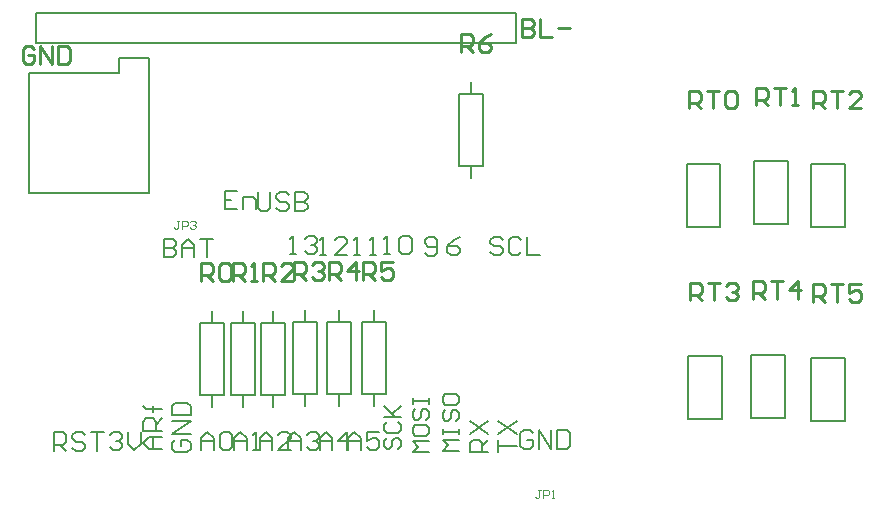
<source format=gto>
%FSTAX23Y23*%
%MOIN*%
%SFA1B1*%

%IPPOS*%
%ADD10C,0.007870*%
%ADD11C,0.010000*%
%ADD12C,0.007440*%
%ADD13C,0.006510*%
%ADD14C,0.004900*%
%LNadafruit_feather_m0_adalogger-1*%
%LPD*%
G54D10*
X0004Y0096D02*
Y0136D01*
X0034*
Y0141*
X0044*
Y0096D02*
Y0141D01*
X0004Y0096D02*
X0044D01*
X00065Y0146D02*
X01665D01*
X00065D02*
Y0156D01*
X0014*
X01665*
Y0146D02*
Y0156D01*
X01475Y0105D02*
X01555D01*
X01475D02*
Y0129D01*
X01555*
Y0105D02*
Y0129D01*
X01515Y0101D02*
Y0105D01*
Y0129D02*
Y0133D01*
X0235Y00205D02*
Y00414D01*
X02239Y00205D02*
Y00414D01*
Y00205D02*
X0235D01*
X02239Y00414D02*
X0235D01*
X0256Y0021D02*
Y00419D01*
X02449Y0021D02*
Y00419D01*
Y0021D02*
X0256D01*
X02449Y00419D02*
X0256D01*
X0276Y002D02*
Y00409D01*
X02649Y002D02*
Y00409D01*
Y002D02*
X0276D01*
X02649Y00409D02*
X0276D01*
Y00845D02*
Y01054D01*
X02649Y00845D02*
Y01054D01*
Y00845D02*
X0276D01*
X02649Y01054D02*
X0276D01*
X0257Y00855D02*
Y01064D01*
X02459Y00855D02*
Y01064D01*
Y00855D02*
X0257D01*
X02459Y01064D02*
X0257D01*
X02345Y00845D02*
Y01054D01*
X02234Y00845D02*
Y01054D01*
Y00845D02*
X02345D01*
X02234Y01054D02*
X02345D01*
X0115Y0053D02*
X0123D01*
Y0029D02*
Y0053D01*
X0115Y0029D02*
X0123D01*
X0115D02*
Y0053D01*
X0119D02*
Y0057D01*
Y0025D02*
Y0029D01*
X01035Y0053D02*
X01115D01*
Y0029D02*
Y0053D01*
X01035Y0029D02*
X01115D01*
X01035D02*
Y0053D01*
X01075D02*
Y0057D01*
Y0025D02*
Y0029D01*
X0092Y0053D02*
X01D01*
Y0029D02*
Y0053D01*
X0092Y0029D02*
X01D01*
X0092D02*
Y0053D01*
X0096D02*
Y0057D01*
Y0025D02*
Y0029D01*
X00815Y00525D02*
X00895D01*
Y00285D02*
Y00525D01*
X00815Y00285D02*
X00895D01*
X00815D02*
Y00525D01*
X00855D02*
Y00565D01*
Y00245D02*
Y00285D01*
X00715Y00525D02*
X00795D01*
Y00285D02*
Y00525D01*
X00715Y00285D02*
X00795D01*
X00715D02*
Y00525D01*
X00755D02*
Y00565D01*
Y00245D02*
Y00285D01*
X0061Y00525D02*
X0069D01*
Y00285D02*
Y00525D01*
X0061Y00285D02*
X0069D01*
X0061D02*
Y00525D01*
X0065D02*
Y00565D01*
Y00245D02*
Y00285D01*
G54D11*
X00059Y01439D02*
X00049Y01449D01*
X0003*
X0002Y01439*
Y014*
X0003Y0139*
X00049*
X00059Y014*
Y01419*
X00039*
X00079Y0139D02*
Y01449D01*
X00119Y0139*
Y01449*
X00139D02*
Y0139D01*
X00169*
X00179Y014*
Y01439*
X00169Y01449*
X00139*
X01685Y01539D02*
Y0148D01*
X01714*
X01724Y0149*
Y01499*
X01714Y01509*
X01685*
X01714*
X01724Y01519*
Y01529*
X01714Y01539*
X01685*
X01744D02*
Y0148D01*
X01784*
X01804Y01509D02*
X01844D01*
X01481Y0143D02*
Y01489D01*
X0151*
X0152Y01479*
Y01459*
X0151Y01449*
X01481*
X015D02*
X0152Y0143D01*
X0158Y01489D02*
X0156Y01479D01*
X0154Y01459*
Y0144*
X0155Y0143*
X0157*
X0158Y0144*
Y01449*
X0157Y01459*
X0154*
X02246Y00601D02*
Y0066D01*
X02275*
X02285Y0065*
Y0063*
X02275Y0062*
X02246*
X02265D02*
X02285Y00601D01*
X02305Y0066D02*
X02345D01*
X02325*
Y00601*
X02365Y0065D02*
X02375Y0066D01*
X02395*
X02405Y0065*
Y0064*
X02395Y0063*
X02385*
X02395*
X02405Y0062*
Y00611*
X02395Y00601*
X02375*
X02365Y00611*
X02456Y00606D02*
Y00665D01*
X02485*
X02495Y00655*
Y00635*
X02485Y00625*
X02456*
X02475D02*
X02495Y00606D01*
X02515Y00665D02*
X02555D01*
X02535*
Y00606*
X02605D02*
Y00665D01*
X02575Y00635*
X02615*
X02656Y00596D02*
Y00655D01*
X02685*
X02695Y00645*
Y00625*
X02685Y00615*
X02656*
X02675D02*
X02695Y00596D01*
X02715Y00655D02*
X02755D01*
X02735*
Y00596*
X02815Y00655D02*
X02775D01*
Y00625*
X02795Y00635*
X02805*
X02815Y00625*
Y00606*
X02805Y00596*
X02785*
X02775Y00606*
X02656Y01241D02*
Y013D01*
X02685*
X02695Y0129*
Y0127*
X02685Y0126*
X02656*
X02675D02*
X02695Y01241D01*
X02715Y013D02*
X02755D01*
X02735*
Y01241*
X02815D02*
X02775D01*
X02815Y0128*
Y0129*
X02805Y013*
X02785*
X02775Y0129*
X02466Y01251D02*
Y0131D01*
X02495*
X02505Y013*
Y0128*
X02495Y0127*
X02466*
X02485D02*
X02505Y01251D01*
X02525Y0131D02*
X02565D01*
X02545*
Y01251*
X02585D02*
X02605D01*
X02595*
Y0131*
X02585Y013*
X02241Y01241D02*
Y013D01*
X0227*
X0228Y0129*
Y0127*
X0227Y0126*
X02241*
X0226D02*
X0228Y01241D01*
X023Y013D02*
X0234D01*
X0232*
Y01241*
X0236Y0129D02*
X0237Y013D01*
X0239*
X024Y0129*
Y01251*
X0239Y01241*
X0237*
X0236Y01251*
Y0129*
X01156Y0067D02*
Y00729D01*
X01185*
X01195Y00719*
Y00699*
X01185Y00689*
X01156*
X01175D02*
X01195Y0067D01*
X01255Y00729D02*
X01215D01*
Y00699*
X01235Y00709*
X01245*
X01255Y00699*
Y0068*
X01245Y0067*
X01225*
X01215Y0068*
X01041Y0067D02*
Y00729D01*
X0107*
X0108Y00719*
Y00699*
X0107Y00689*
X01041*
X0106D02*
X0108Y0067D01*
X0113D02*
Y00729D01*
X011Y00699*
X0114*
X00926Y0067D02*
Y00729D01*
X00955*
X00965Y00719*
Y00699*
X00955Y00689*
X00926*
X00945D02*
X00965Y0067D01*
X00985Y00719D02*
X00995Y00729D01*
X01015*
X01025Y00719*
Y00709*
X01015Y00699*
X01005*
X01015*
X01025Y00689*
Y0068*
X01015Y0067*
X00995*
X00985Y0068*
X00821Y00665D02*
Y00724D01*
X0085*
X0086Y00714*
Y00694*
X0085Y00684*
X00821*
X0084D02*
X0086Y00665D01*
X0092D02*
X0088D01*
X0092Y00704*
Y00714*
X0091Y00724*
X0089*
X0088Y00714*
X00721Y00665D02*
Y00724D01*
X0075*
X0076Y00714*
Y00694*
X0075Y00684*
X00721*
X0074D02*
X0076Y00665D01*
X0078D02*
X008D01*
X0079*
Y00724*
X0078Y00714*
X00616Y00665D02*
Y00724D01*
X00645*
X00655Y00714*
Y00694*
X00645Y00684*
X00616*
X00635D02*
X00655Y00665D01*
X00675Y00714D02*
X00685Y00724D01*
X00705*
X00715Y00714*
Y00675*
X00705Y00665*
X00685*
X00675Y00675*
Y00714*
G54D12*
X00726Y00101D02*
Y00142D01*
X00746Y00163*
X00767Y00142*
Y00101*
Y00132*
X00726*
X00788Y00101D02*
X00808D01*
X00798*
Y00163*
X00788Y00153*
X01721Y00158D02*
X0171Y00168D01*
X0169*
X01679Y00158*
Y00116*
X0169Y00106*
X0171*
X01721Y00116*
Y00137*
X017*
X01741Y00106D02*
Y00168D01*
X01783Y00106*
Y00168*
X01803D02*
Y00106D01*
X01834*
X01845Y00116*
Y00158*
X01834Y00168*
X01803*
X01606Y00095D02*
Y00137D01*
Y00116*
X01668*
X01606Y00157D02*
X01668Y00199D01*
X01606D02*
X01668Y00157D01*
X01573Y00095D02*
X01511D01*
Y00126*
X01521Y00137*
X01542*
X01552Y00126*
Y00095*
Y00116D02*
X01573Y00137D01*
X01511Y00157D02*
X01573Y00199D01*
X01511D02*
X01573Y00157D01*
X01105Y00101D02*
Y00142D01*
X01126Y00163*
X01147Y00142*
Y00101*
Y00132*
X01105*
X01209Y00163D02*
X01167D01*
Y00132*
X01188Y00142*
X01198*
X01209Y00132*
Y00111*
X01198Y00101*
X01178*
X01167Y00111*
X0101Y00101D02*
Y00142D01*
X01031Y00163*
X01052Y00142*
Y00101*
Y00132*
X0101*
X01103Y00101D02*
Y00163D01*
X01072Y00132*
X01114*
X00905Y00101D02*
Y00142D01*
X00926Y00163*
X00947Y00142*
Y00101*
Y00132*
X00905*
X00967Y00153D02*
X00978Y00163D01*
X00998*
X01009Y00153*
Y00142*
X00998Y00132*
X00988*
X00998*
X01009Y00122*
Y00111*
X00998Y00101*
X00978*
X00967Y00111*
X0081Y00101D02*
Y00142D01*
X00831Y00163*
X00852Y00142*
Y00101*
Y00132*
X0081*
X00914Y00101D02*
X00872D01*
X00914Y00142*
Y00153*
X00903Y00163*
X00883*
X00872Y00153*
X00615Y00101D02*
Y00142D01*
X00636Y00163*
X00657Y00142*
Y00101*
Y00132*
X00615*
X00677Y00153D02*
X00688Y00163D01*
X00708*
X00719Y00153*
Y00111*
X00708Y00101*
X00688*
X00677Y00111*
Y00153*
X00528Y00136D02*
X00518Y00125D01*
Y00105*
X00528Y00095*
X00569*
X0058Y00105*
Y00125*
X00569Y00136*
X00549*
Y00115*
X0058Y00156D02*
X00518D01*
X0058Y00198*
X00518*
Y00218D02*
X0058D01*
Y00249*
X00569Y0026*
X00528*
X00518Y00249*
Y00218*
X0031Y00153D02*
X00321Y00163D01*
X00341*
X00352Y00153*
Y00142*
X00341Y00132*
X00331*
X00341*
X00352Y00122*
Y00111*
X00341Y00101*
X00321*
X0031Y00111*
X00372Y00163D02*
Y00122D01*
X00393Y00101*
X00414Y00122*
Y00163*
X00485Y00105D02*
X00443D01*
X00423Y00125*
X00443Y00146*
X00485*
X00454*
Y00105*
X00485Y00166D02*
X00423D01*
Y00197*
X00433Y00208*
X00454*
X00464Y00197*
Y00166*
Y00187D02*
X00485Y00208D01*
Y00239D02*
X00433D01*
X00454*
Y00228*
Y00249*
Y00239*
X00433*
X00423Y00249*
X00125Y001D02*
Y00161D01*
X00155*
X00166Y00151*
Y0013*
X00155Y0012*
X00125*
X00145D02*
X00166Y001D01*
X00228Y00151D02*
X00217Y00161D01*
X00197*
X00186Y00151*
Y00141*
X00197Y0013*
X00217*
X00228Y0012*
Y0011*
X00217Y001*
X00197*
X00186Y0011*
X00248Y00161D02*
X0029D01*
X00269*
Y001*
X0049Y00806D02*
Y00745D01*
X0052*
X00531Y00755*
Y00765*
X0052Y00775*
X0049*
X0052*
X00531Y00786*
Y00796*
X0052Y00806*
X0049*
X00551Y00745D02*
Y00786D01*
X00572Y00806*
X00593Y00786*
Y00745*
Y00775*
X00551*
X00613Y00806D02*
X00655D01*
X00634*
Y00745*
X00736Y00966D02*
X00695D01*
Y00905*
X00736*
X00695Y00935D02*
X00715D01*
X00756Y00905D02*
Y00946D01*
X00787*
X00798Y00935*
Y00905*
X00805Y00961D02*
Y0091D01*
X00815Y009*
X00835*
X00846Y0091*
Y00961*
X00908Y00951D02*
X00897Y00961D01*
X00877*
X00866Y00951*
Y00941*
X00877Y0093*
X00897*
X00908Y0092*
Y0091*
X00897Y009*
X00877*
X00866Y0091*
X00928Y00961D02*
Y009D01*
X00959*
X0097Y0091*
Y0092*
X00959Y0093*
X00928*
X00959*
X0097Y00941*
Y00951*
X00959Y00961*
X00928*
X0091Y00755D02*
X0093D01*
X0092*
Y00816*
X0091Y00806*
X00961D02*
X00971Y00816D01*
X00992*
X01002Y00806*
Y00796*
X00992Y00785*
X00982*
X00992*
X01002Y00775*
Y00765*
X00992Y00755*
X00971*
X00961Y00765*
X0101Y00751D02*
X01031D01*
X01021*
Y00813*
X0101Y00803*
X01103Y00751D02*
X01062D01*
X01103Y00792*
Y00803*
X01093Y00813*
X01072*
X01062Y00803*
X01126Y00751D02*
X01146D01*
X01136*
Y00813*
X01126Y00803*
X01177Y00751D02*
X01198D01*
X01188*
Y00813*
X01177Y00803*
X01225Y00755D02*
X01245D01*
X01235*
Y00816*
X01225Y00806*
X01276D02*
X01286Y00816D01*
X01307*
X01317Y00806*
Y00765*
X01307Y00755*
X01286*
X01276Y00765*
Y00806*
X0136Y0076D02*
X0137Y0075D01*
X0139*
X01401Y0076*
Y00801*
X0139Y00811*
X0137*
X0136Y00801*
Y00791*
X0137Y0078*
X01401*
X01478Y00813D02*
X01457Y00803D01*
X01436Y00782*
Y00761*
X01447Y00751*
X01467*
X01478Y00761*
Y00772*
X01467Y00782*
X01436*
X01621Y00803D02*
X0161Y00813D01*
X0159*
X01579Y00803*
Y00792*
X0159Y00782*
X0161*
X01621Y00772*
Y00761*
X0161Y00751*
X0159*
X01579Y00761*
X01683Y00803D02*
X01672Y00813D01*
X01652*
X01641Y00803*
Y00761*
X01652Y00751*
X01672*
X01683Y00761*
X01703Y00813D02*
Y00751D01*
X01745*
G54D13*
X01475Y001D02*
X0142D01*
X01438Y00118*
X0142Y00136*
X01475*
X0142Y00154D02*
Y00172D01*
Y00163*
X01475*
Y00154*
Y00172*
X01429Y00235D02*
X0142Y00226D01*
Y00208*
X01429Y00199*
X01438*
X01447Y00208*
Y00226*
X01456Y00235*
X01465*
X01475Y00226*
Y00208*
X01465Y00199*
X0142Y0028D02*
Y00262D01*
X01429Y00253*
X01465*
X01475Y00262*
Y0028*
X01465Y00289*
X01429*
X0142Y0028*
X01375Y00095D02*
X0132D01*
X01338Y00113*
X0132Y00131*
X01375*
X0132Y00176D02*
Y00158D01*
X01329Y00149*
X01365*
X01375Y00158*
Y00176*
X01365Y00185*
X01329*
X0132Y00176*
X01329Y00239D02*
X0132Y0023D01*
Y00212*
X01329Y00203*
X01338*
X01347Y00212*
Y0023*
X01356Y00239*
X01365*
X01375Y0023*
Y00212*
X01365Y00203*
X0132Y00257D02*
Y00275D01*
Y00266*
X01375*
Y00257*
Y00275*
X01234Y00141D02*
X01225Y00132D01*
Y00114*
X01234Y00105*
X01243*
X01252Y00114*
Y00132*
X01261Y00141*
X0127*
X0128Y00132*
Y00114*
X0127Y00105*
X01234Y00195D02*
X01225Y00186D01*
Y00168*
X01234Y00159*
X0127*
X0128Y00168*
Y00186*
X0127Y00195*
X01225Y00213D02*
X0128D01*
X01261*
X01225Y00249*
X01252Y00222*
X0128Y00249*
G54D14*
X00543Y00867D02*
X00534D01*
X00538*
Y00844*
X00534Y0084*
X00529*
X00525Y00844*
X00552Y0084D02*
Y00867D01*
X00565*
X0057Y00862*
Y00853*
X00565Y00849*
X00552*
X00579Y00862D02*
X00583Y00867D01*
X00592*
X00597Y00862*
Y00858*
X00592Y00853*
X00588*
X00592*
X00597Y00849*
Y00844*
X00592Y0084*
X00583*
X00579Y00844*
X01747Y-00031D02*
X01738D01*
X01743*
Y-00054*
X01738Y-00058*
X01734*
X01729Y-00054*
X01756Y-00058D02*
Y-00031D01*
X0177*
X01775Y-00036*
Y-00045*
X0177Y-00049*
X01756*
X01784Y-00058D02*
X01793D01*
X01788*
Y-00031*
X01784Y-00036*
M02*
</source>
